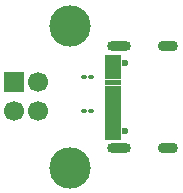
<source format=gbr>
%TF.GenerationSoftware,KiCad,Pcbnew,(6.0.11)*%
%TF.CreationDate,2023-06-18T18:32:15-07:00*%
%TF.ProjectId,usb-b-adapter,7573622d-622d-4616-9461-707465722e6b,rev?*%
%TF.SameCoordinates,Original*%
%TF.FileFunction,Soldermask,Top*%
%TF.FilePolarity,Negative*%
%FSLAX46Y46*%
G04 Gerber Fmt 4.6, Leading zero omitted, Abs format (unit mm)*
G04 Created by KiCad (PCBNEW (6.0.11)) date 2023-06-18 18:32:15*
%MOMM*%
%LPD*%
G01*
G04 APERTURE LIST*
G04 Aperture macros list*
%AMRoundRect*
0 Rectangle with rounded corners*
0 $1 Rounding radius*
0 $2 $3 $4 $5 $6 $7 $8 $9 X,Y pos of 4 corners*
0 Add a 4 corners polygon primitive as box body*
4,1,4,$2,$3,$4,$5,$6,$7,$8,$9,$2,$3,0*
0 Add four circle primitives for the rounded corners*
1,1,$1+$1,$2,$3*
1,1,$1+$1,$4,$5*
1,1,$1+$1,$6,$7*
1,1,$1+$1,$8,$9*
0 Add four rect primitives between the rounded corners*
20,1,$1+$1,$2,$3,$4,$5,0*
20,1,$1+$1,$4,$5,$6,$7,0*
20,1,$1+$1,$6,$7,$8,$9,0*
20,1,$1+$1,$8,$9,$2,$3,0*%
G04 Aperture macros list end*
%ADD10C,0.010000*%
%ADD11R,1.700000X1.700000*%
%ADD12C,1.700000*%
%ADD13C,3.500000*%
%ADD14C,0.600000*%
%ADD15O,2.000000X0.900000*%
%ADD16O,1.700000X0.900000*%
%ADD17RoundRect,0.100000X-0.130000X-0.100000X0.130000X-0.100000X0.130000X0.100000X-0.130000X0.100000X0*%
G04 APERTURE END LIST*
%TO.C,J2*%
G36*
X130832500Y-106350000D02*
G01*
X129592500Y-106350000D01*
X129592500Y-105950000D01*
X130832500Y-105950000D01*
X130832500Y-106350000D01*
G37*
D10*
X130832500Y-106350000D02*
X129592500Y-106350000D01*
X129592500Y-105950000D01*
X130832500Y-105950000D01*
X130832500Y-106350000D01*
G36*
X130832500Y-105350000D02*
G01*
X129592500Y-105350000D01*
X129592500Y-104950000D01*
X130832500Y-104950000D01*
X130832500Y-105350000D01*
G37*
X130832500Y-105350000D02*
X129592500Y-105350000D01*
X129592500Y-104950000D01*
X130832500Y-104950000D01*
X130832500Y-105350000D01*
G36*
X130832500Y-107350000D02*
G01*
X129592500Y-107350000D01*
X129592500Y-106950000D01*
X130832500Y-106950000D01*
X130832500Y-107350000D01*
G37*
X130832500Y-107350000D02*
X129592500Y-107350000D01*
X129592500Y-106950000D01*
X130832500Y-106950000D01*
X130832500Y-107350000D01*
G36*
X130832500Y-104350000D02*
G01*
X129592500Y-104350000D01*
X129592500Y-103950000D01*
X130832500Y-103950000D01*
X130832500Y-104350000D01*
G37*
X130832500Y-104350000D02*
X129592500Y-104350000D01*
X129592500Y-103950000D01*
X130832500Y-103950000D01*
X130832500Y-104350000D01*
G36*
X130832500Y-108950000D02*
G01*
X129592500Y-108950000D01*
X129592500Y-108250000D01*
X130832500Y-108250000D01*
X130832500Y-108950000D01*
G37*
X130832500Y-108950000D02*
X129592500Y-108950000D01*
X129592500Y-108250000D01*
X130832500Y-108250000D01*
X130832500Y-108950000D01*
G36*
X130832500Y-103350000D02*
G01*
X129592500Y-103350000D01*
X129592500Y-102650000D01*
X130832500Y-102650000D01*
X130832500Y-103350000D01*
G37*
X130832500Y-103350000D02*
X129592500Y-103350000D01*
X129592500Y-102650000D01*
X130832500Y-102650000D01*
X130832500Y-103350000D01*
G36*
X130832500Y-103850000D02*
G01*
X129592500Y-103850000D01*
X129592500Y-103450000D01*
X130832500Y-103450000D01*
X130832500Y-103850000D01*
G37*
X130832500Y-103850000D02*
X129592500Y-103850000D01*
X129592500Y-103450000D01*
X130832500Y-103450000D01*
X130832500Y-103850000D01*
G36*
X130832500Y-106850000D02*
G01*
X129592500Y-106850000D01*
X129592500Y-106450000D01*
X130832500Y-106450000D01*
X130832500Y-106850000D01*
G37*
X130832500Y-106850000D02*
X129592500Y-106850000D01*
X129592500Y-106450000D01*
X130832500Y-106450000D01*
X130832500Y-106850000D01*
G36*
X130832500Y-108150000D02*
G01*
X129592500Y-108150000D01*
X129592500Y-107450000D01*
X130832500Y-107450000D01*
X130832500Y-108150000D01*
G37*
X130832500Y-108150000D02*
X129592500Y-108150000D01*
X129592500Y-107450000D01*
X130832500Y-107450000D01*
X130832500Y-108150000D01*
G36*
X130832500Y-105850000D02*
G01*
X129592500Y-105850000D01*
X129592500Y-105450000D01*
X130832500Y-105450000D01*
X130832500Y-105850000D01*
G37*
X130832500Y-105850000D02*
X129592500Y-105850000D01*
X129592500Y-105450000D01*
X130832500Y-105450000D01*
X130832500Y-105850000D01*
G36*
X130832500Y-104850000D02*
G01*
X129592500Y-104850000D01*
X129592500Y-104450000D01*
X130832500Y-104450000D01*
X130832500Y-104850000D01*
G37*
X130832500Y-104850000D02*
X129592500Y-104850000D01*
X129592500Y-104450000D01*
X130832500Y-104450000D01*
X130832500Y-104850000D01*
G36*
X130832500Y-102550000D02*
G01*
X129592500Y-102550000D01*
X129592500Y-101850000D01*
X130832500Y-101850000D01*
X130832500Y-102550000D01*
G37*
X130832500Y-102550000D02*
X129592500Y-102550000D01*
X129592500Y-101850000D01*
X130832500Y-101850000D01*
X130832500Y-102550000D01*
%TD*%
D11*
%TO.C,J1*%
X121920000Y-104140000D03*
D12*
X121920000Y-106640000D03*
X123920000Y-106640000D03*
X123920000Y-104140000D03*
D13*
X126630000Y-111410000D03*
X126630000Y-99370000D03*
%TD*%
D14*
%TO.C,J2*%
X131282500Y-108290000D03*
X131282500Y-102510000D03*
D15*
X130792500Y-109725000D03*
X130792500Y-101075000D03*
D16*
X134962500Y-109725000D03*
X134962500Y-101075000D03*
%TD*%
D17*
%TO.C,R1*%
X127780000Y-106600000D03*
X128420000Y-106600000D03*
%TD*%
%TO.C,R2*%
X127780000Y-103700000D03*
X128420000Y-103700000D03*
%TD*%
M02*

</source>
